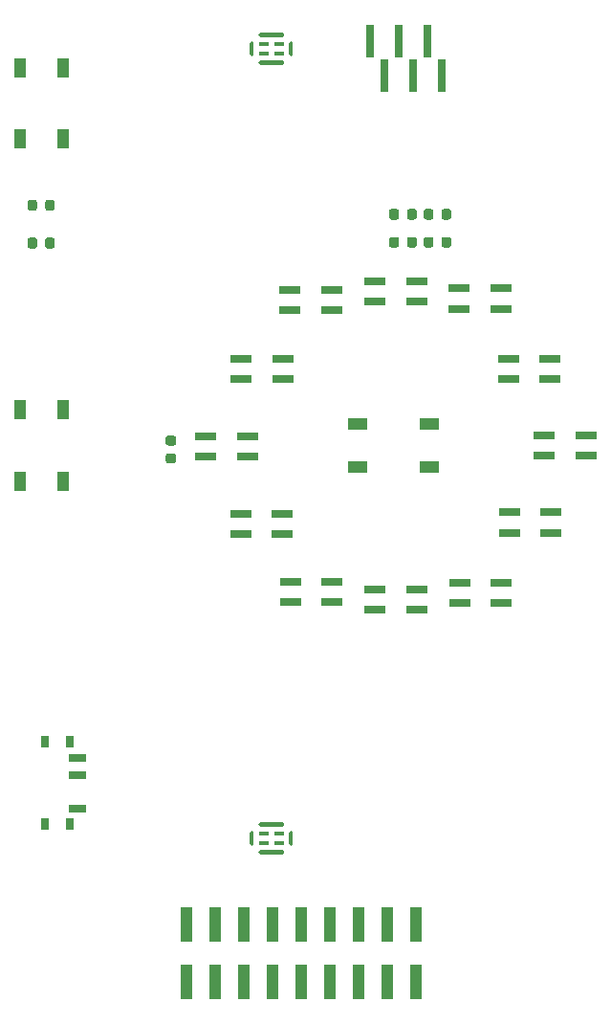
<source format=gbr>
G04 #@! TF.GenerationSoftware,KiCad,Pcbnew,(5.1.7)-1*
G04 #@! TF.CreationDate,2020-11-22T20:52:48-08:00*
G04 #@! TF.ProjectId,SJ-201-R4,534a2d32-3031-42d5-9234-2e6b69636164,rev?*
G04 #@! TF.SameCoordinates,Original*
G04 #@! TF.FileFunction,Paste,Bot*
G04 #@! TF.FilePolarity,Positive*
%FSLAX46Y46*%
G04 Gerber Fmt 4.6, Leading zero omitted, Abs format (unit mm)*
G04 Created by KiCad (PCBNEW (5.1.7)-1) date 2020-11-22 20:52:48*
%MOMM*%
%LPD*%
G01*
G04 APERTURE LIST*
%ADD10R,1.000000X3.150000*%
%ADD11R,0.650000X3.000000*%
%ADD12R,1.900000X0.800000*%
%ADD13R,0.950000X0.400000*%
%ADD14R,0.800000X1.000000*%
%ADD15R,1.500000X0.700000*%
%ADD16R,1.700000X1.000000*%
%ADD17R,1.000000X1.700000*%
G04 APERTURE END LIST*
D10*
G04 #@! TO.C,J10*
X17322800Y-91404200D03*
X17322800Y-96454200D03*
X19862800Y-91404200D03*
X19862800Y-96454200D03*
X22402800Y-91404200D03*
X22402800Y-96454200D03*
X24942800Y-91404200D03*
X24942800Y-96454200D03*
X27482800Y-91404200D03*
X27482800Y-96454200D03*
X30022800Y-91404200D03*
X30022800Y-96454200D03*
X32562800Y-91404200D03*
X32562800Y-96454200D03*
X35102800Y-91404200D03*
X35102800Y-96454200D03*
X37642800Y-91404200D03*
X37642800Y-96454200D03*
G04 #@! TD*
D11*
G04 #@! TO.C,J5*
X33540700Y-13244700D03*
X36080700Y-13244700D03*
X38620700Y-13244700D03*
X34810700Y-16244700D03*
X37350700Y-16244700D03*
X39890700Y-16244700D03*
G04 #@! TD*
D12*
G04 #@! TO.C,D9*
X41510180Y-62908520D03*
X41510180Y-61128520D03*
X45190180Y-62908520D03*
X45190180Y-61128520D03*
G04 #@! TD*
G04 #@! TO.C,D2*
X33991780Y-36238520D03*
X33991780Y-34458520D03*
X37671780Y-36238520D03*
X37671780Y-34458520D03*
G04 #@! TD*
G04 #@! TO.C,D13*
X41459380Y-36898920D03*
X41459380Y-35118920D03*
X45139380Y-36898920D03*
X45139380Y-35118920D03*
G04 #@! TD*
G04 #@! TO.C,D12*
X45828180Y-43096520D03*
X45828180Y-41316520D03*
X49508180Y-43096520D03*
X49508180Y-41316520D03*
G04 #@! TD*
G04 #@! TO.C,D11*
X48977780Y-49903720D03*
X48977780Y-48123720D03*
X52657780Y-49903720D03*
X52657780Y-48123720D03*
G04 #@! TD*
G04 #@! TO.C,D10*
X45878980Y-56710920D03*
X45878980Y-54930920D03*
X49558980Y-56710920D03*
X49558980Y-54930920D03*
G04 #@! TD*
G04 #@! TO.C,D8*
X33991780Y-63518120D03*
X33991780Y-61738120D03*
X37671780Y-63518120D03*
X37671780Y-61738120D03*
G04 #@! TD*
G04 #@! TO.C,D7*
X26524180Y-62857720D03*
X26524180Y-61077720D03*
X30204180Y-62857720D03*
X30204180Y-61077720D03*
G04 #@! TD*
G04 #@! TO.C,D6*
X22104580Y-56812520D03*
X22104580Y-55032520D03*
X25784580Y-56812520D03*
X25784580Y-55032520D03*
G04 #@! TD*
G04 #@! TO.C,D5*
X19005780Y-49954520D03*
X19005780Y-48174520D03*
X22685780Y-49954520D03*
X22685780Y-48174520D03*
G04 #@! TD*
G04 #@! TO.C,D3*
X26473380Y-37000520D03*
X26473380Y-35220520D03*
X30153380Y-37000520D03*
X30153380Y-35220520D03*
G04 #@! TD*
G04 #@! TO.C,D4*
X22155380Y-43096520D03*
X22155380Y-41316520D03*
X25835380Y-43096520D03*
X25835380Y-41316520D03*
G04 #@! TD*
G04 #@! TO.C,R55*
G36*
G01*
X36812500Y-28806250D02*
X36812500Y-28293750D01*
G75*
G02*
X37031250Y-28075000I218750J0D01*
G01*
X37468750Y-28075000D01*
G75*
G02*
X37687500Y-28293750I0J-218750D01*
G01*
X37687500Y-28806250D01*
G75*
G02*
X37468750Y-29025000I-218750J0D01*
G01*
X37031250Y-29025000D01*
G75*
G02*
X36812500Y-28806250I0J218750D01*
G01*
G37*
G36*
G01*
X35237500Y-28806250D02*
X35237500Y-28293750D01*
G75*
G02*
X35456250Y-28075000I218750J0D01*
G01*
X35893750Y-28075000D01*
G75*
G02*
X36112500Y-28293750I0J-218750D01*
G01*
X36112500Y-28806250D01*
G75*
G02*
X35893750Y-29025000I-218750J0D01*
G01*
X35456250Y-29025000D01*
G75*
G02*
X35237500Y-28806250I0J218750D01*
G01*
G37*
G04 #@! TD*
G04 #@! TO.C,R54*
G36*
G01*
X36812500Y-31281250D02*
X36812500Y-30768750D01*
G75*
G02*
X37031250Y-30550000I218750J0D01*
G01*
X37468750Y-30550000D01*
G75*
G02*
X37687500Y-30768750I0J-218750D01*
G01*
X37687500Y-31281250D01*
G75*
G02*
X37468750Y-31500000I-218750J0D01*
G01*
X37031250Y-31500000D01*
G75*
G02*
X36812500Y-31281250I0J218750D01*
G01*
G37*
G36*
G01*
X35237500Y-31281250D02*
X35237500Y-30768750D01*
G75*
G02*
X35456250Y-30550000I218750J0D01*
G01*
X35893750Y-30550000D01*
G75*
G02*
X36112500Y-30768750I0J-218750D01*
G01*
X36112500Y-31281250D01*
G75*
G02*
X35893750Y-31500000I-218750J0D01*
G01*
X35456250Y-31500000D01*
G75*
G02*
X35237500Y-31281250I0J218750D01*
G01*
G37*
G04 #@! TD*
G04 #@! TO.C,R37*
G36*
G01*
X39875000Y-28806250D02*
X39875000Y-28293750D01*
G75*
G02*
X40093750Y-28075000I218750J0D01*
G01*
X40531250Y-28075000D01*
G75*
G02*
X40750000Y-28293750I0J-218750D01*
G01*
X40750000Y-28806250D01*
G75*
G02*
X40531250Y-29025000I-218750J0D01*
G01*
X40093750Y-29025000D01*
G75*
G02*
X39875000Y-28806250I0J218750D01*
G01*
G37*
G36*
G01*
X38300000Y-28806250D02*
X38300000Y-28293750D01*
G75*
G02*
X38518750Y-28075000I218750J0D01*
G01*
X38956250Y-28075000D01*
G75*
G02*
X39175000Y-28293750I0J-218750D01*
G01*
X39175000Y-28806250D01*
G75*
G02*
X38956250Y-29025000I-218750J0D01*
G01*
X38518750Y-29025000D01*
G75*
G02*
X38300000Y-28806250I0J218750D01*
G01*
G37*
G04 #@! TD*
G04 #@! TO.C,R25*
G36*
G01*
X39875000Y-31281250D02*
X39875000Y-30768750D01*
G75*
G02*
X40093750Y-30550000I218750J0D01*
G01*
X40531250Y-30550000D01*
G75*
G02*
X40750000Y-30768750I0J-218750D01*
G01*
X40750000Y-31281250D01*
G75*
G02*
X40531250Y-31500000I-218750J0D01*
G01*
X40093750Y-31500000D01*
G75*
G02*
X39875000Y-31281250I0J218750D01*
G01*
G37*
G36*
G01*
X38300000Y-31281250D02*
X38300000Y-30768750D01*
G75*
G02*
X38518750Y-30550000I218750J0D01*
G01*
X38956250Y-30550000D01*
G75*
G02*
X39175000Y-30768750I0J-218750D01*
G01*
X39175000Y-31281250D01*
G75*
G02*
X38956250Y-31500000I-218750J0D01*
G01*
X38518750Y-31500000D01*
G75*
G02*
X38300000Y-31281250I0J218750D01*
G01*
G37*
G04 #@! TD*
G04 #@! TO.C,R12*
G36*
G01*
X4075000Y-27493750D02*
X4075000Y-28006250D01*
G75*
G02*
X3856250Y-28225000I-218750J0D01*
G01*
X3418750Y-28225000D01*
G75*
G02*
X3200000Y-28006250I0J218750D01*
G01*
X3200000Y-27493750D01*
G75*
G02*
X3418750Y-27275000I218750J0D01*
G01*
X3856250Y-27275000D01*
G75*
G02*
X4075000Y-27493750I0J-218750D01*
G01*
G37*
G36*
G01*
X5650000Y-27493750D02*
X5650000Y-28006250D01*
G75*
G02*
X5431250Y-28225000I-218750J0D01*
G01*
X4993750Y-28225000D01*
G75*
G02*
X4775000Y-28006250I0J218750D01*
G01*
X4775000Y-27493750D01*
G75*
G02*
X4993750Y-27275000I218750J0D01*
G01*
X5431250Y-27275000D01*
G75*
G02*
X5650000Y-27493750I0J-218750D01*
G01*
G37*
G04 #@! TD*
G04 #@! TO.C,R19*
G36*
G01*
X16176970Y-49012360D02*
X15664470Y-49012360D01*
G75*
G02*
X15445720Y-48793610I0J218750D01*
G01*
X15445720Y-48356110D01*
G75*
G02*
X15664470Y-48137360I218750J0D01*
G01*
X16176970Y-48137360D01*
G75*
G02*
X16395720Y-48356110I0J-218750D01*
G01*
X16395720Y-48793610D01*
G75*
G02*
X16176970Y-49012360I-218750J0D01*
G01*
G37*
G36*
G01*
X16176970Y-50587360D02*
X15664470Y-50587360D01*
G75*
G02*
X15445720Y-50368610I0J218750D01*
G01*
X15445720Y-49931110D01*
G75*
G02*
X15664470Y-49712360I218750J0D01*
G01*
X16176970Y-49712360D01*
G75*
G02*
X16395720Y-49931110I0J-218750D01*
G01*
X16395720Y-50368610D01*
G75*
G02*
X16176970Y-50587360I-218750J0D01*
G01*
G37*
G04 #@! TD*
G04 #@! TO.C,R13*
G36*
G01*
X4775000Y-31356250D02*
X4775000Y-30843750D01*
G75*
G02*
X4993750Y-30625000I218750J0D01*
G01*
X5431250Y-30625000D01*
G75*
G02*
X5650000Y-30843750I0J-218750D01*
G01*
X5650000Y-31356250D01*
G75*
G02*
X5431250Y-31575000I-218750J0D01*
G01*
X4993750Y-31575000D01*
G75*
G02*
X4775000Y-31356250I0J218750D01*
G01*
G37*
G36*
G01*
X3200000Y-31356250D02*
X3200000Y-30843750D01*
G75*
G02*
X3418750Y-30625000I218750J0D01*
G01*
X3856250Y-30625000D01*
G75*
G02*
X4075000Y-30843750I0J-218750D01*
G01*
X4075000Y-31356250D01*
G75*
G02*
X3856250Y-31575000I-218750J0D01*
G01*
X3418750Y-31575000D01*
G75*
G02*
X3200000Y-31356250I0J218750D01*
G01*
G37*
G04 #@! TD*
G04 #@! TO.C,U10*
G36*
G01*
X23808330Y-12514120D02*
X25808030Y-12514120D01*
G75*
G02*
X25958180Y-12664270I0J-150150D01*
G01*
X25958180Y-12713970D01*
G75*
G02*
X25808030Y-12864120I-150150J0D01*
G01*
X23808330Y-12864120D01*
G75*
G02*
X23658180Y-12713970I0J150150D01*
G01*
X23658180Y-12664270D01*
G75*
G02*
X23808330Y-12514120I150150J0D01*
G01*
G37*
G36*
G01*
X23808330Y-14964120D02*
X25808030Y-14964120D01*
G75*
G02*
X25958180Y-15114270I0J-150150D01*
G01*
X25958180Y-15163970D01*
G75*
G02*
X25808030Y-15314120I-150150J0D01*
G01*
X23808330Y-15314120D01*
G75*
G02*
X23658180Y-15163970I0J150150D01*
G01*
X23658180Y-15114270D01*
G75*
G02*
X23808330Y-14964120I150150J0D01*
G01*
G37*
G36*
G01*
X26708180Y-13414270D02*
X26708180Y-14413970D01*
G75*
G02*
X26558030Y-14564120I-150150J0D01*
G01*
X26508330Y-14564120D01*
G75*
G02*
X26358180Y-14413970I0J150150D01*
G01*
X26358180Y-13414270D01*
G75*
G02*
X26508330Y-13264120I150150J0D01*
G01*
X26558030Y-13264120D01*
G75*
G02*
X26708180Y-13414270I0J-150150D01*
G01*
G37*
G36*
G01*
X23258180Y-13414270D02*
X23258180Y-14413970D01*
G75*
G02*
X23108030Y-14564120I-150150J0D01*
G01*
X23058330Y-14564120D01*
G75*
G02*
X22908180Y-14413970I0J150150D01*
G01*
X22908180Y-13414270D01*
G75*
G02*
X23058330Y-13264120I150150J0D01*
G01*
X23108030Y-13264120D01*
G75*
G02*
X23258180Y-13414270I0J-150150D01*
G01*
G37*
D13*
X25483180Y-14339120D03*
X25483180Y-13489120D03*
X24133180Y-13489120D03*
X24133180Y-14339120D03*
G04 #@! TD*
G04 #@! TO.C,U11*
G36*
G01*
X23808330Y-82364120D02*
X25808030Y-82364120D01*
G75*
G02*
X25958180Y-82514270I0J-150150D01*
G01*
X25958180Y-82563970D01*
G75*
G02*
X25808030Y-82714120I-150150J0D01*
G01*
X23808330Y-82714120D01*
G75*
G02*
X23658180Y-82563970I0J150150D01*
G01*
X23658180Y-82514270D01*
G75*
G02*
X23808330Y-82364120I150150J0D01*
G01*
G37*
G36*
G01*
X23808330Y-84814120D02*
X25808030Y-84814120D01*
G75*
G02*
X25958180Y-84964270I0J-150150D01*
G01*
X25958180Y-85013970D01*
G75*
G02*
X25808030Y-85164120I-150150J0D01*
G01*
X23808330Y-85164120D01*
G75*
G02*
X23658180Y-85013970I0J150150D01*
G01*
X23658180Y-84964270D01*
G75*
G02*
X23808330Y-84814120I150150J0D01*
G01*
G37*
G36*
G01*
X26708180Y-83264270D02*
X26708180Y-84263970D01*
G75*
G02*
X26558030Y-84414120I-150150J0D01*
G01*
X26508330Y-84414120D01*
G75*
G02*
X26358180Y-84263970I0J150150D01*
G01*
X26358180Y-83264270D01*
G75*
G02*
X26508330Y-83114120I150150J0D01*
G01*
X26558030Y-83114120D01*
G75*
G02*
X26708180Y-83264270I0J-150150D01*
G01*
G37*
G36*
G01*
X23258180Y-83264270D02*
X23258180Y-84263970D01*
G75*
G02*
X23108030Y-84414120I-150150J0D01*
G01*
X23058330Y-84414120D01*
G75*
G02*
X22908180Y-84263970I0J150150D01*
G01*
X22908180Y-83264270D01*
G75*
G02*
X23058330Y-83114120I150150J0D01*
G01*
X23108030Y-83114120D01*
G75*
G02*
X23258180Y-83264270I0J-150150D01*
G01*
G37*
X25483180Y-84189120D03*
X25483180Y-83339120D03*
X24133180Y-83339120D03*
X24133180Y-84189120D03*
G04 #@! TD*
D14*
G04 #@! TO.C,SW1*
X6964900Y-82532240D03*
X6964900Y-75232240D03*
X4754900Y-75232240D03*
X4754900Y-82532240D03*
D15*
X7614900Y-76632240D03*
X7614900Y-78132240D03*
X7614900Y-81132240D03*
G04 #@! TD*
D16*
G04 #@! TO.C,S3*
X38760800Y-47093400D03*
X32460800Y-47093400D03*
X38760800Y-50893400D03*
X32460800Y-50893400D03*
G04 #@! TD*
D17*
G04 #@! TO.C,S2*
X2578020Y-45850000D03*
X2578020Y-52150000D03*
X6378020Y-45850000D03*
X6378020Y-52150000D03*
G04 #@! TD*
G04 #@! TO.C,S1*
X2572940Y-15590120D03*
X2572940Y-21890120D03*
X6372940Y-15590120D03*
X6372940Y-21890120D03*
G04 #@! TD*
M02*

</source>
